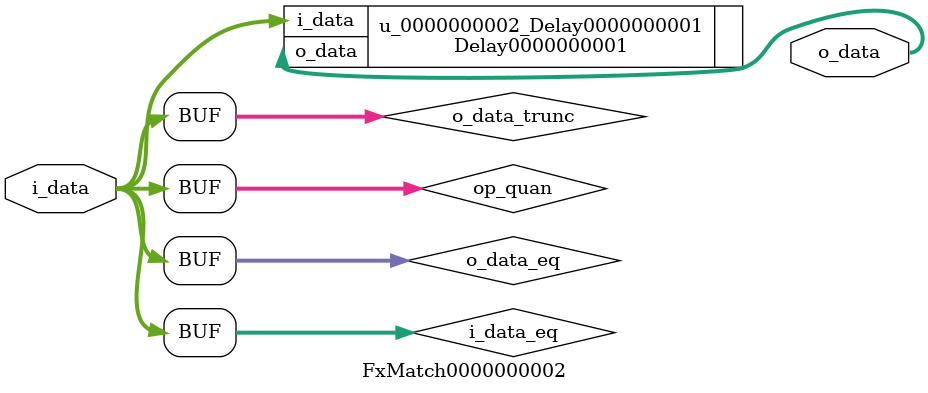
<source format=v>
 module FxMatch0000000002 (
     i_data, o_data
 );
 input wire [13-1:0] i_data;     // Input data
 output wire [13-1:0] o_data;   // Output data
 //
 wire [13-1:0] i_data_eq;
 assign i_data_eq = i_data;
 wire [13-1:0] o_data_eq;
 // Quantization Stage
 // Perfect LSB match
 wire [13-1:0] op_quan; // Quantization output
 assign op_quan = i_data_eq;
 // Overflow Stage
 // Perfect MSB match
 assign o_data_eq = op_quan;
 wire [13-1:0] o_data_trunc;
 assign o_data_trunc = o_data_eq;
Delay0000000001  u_0000000002_Delay0000000001(.i_data(o_data_trunc), .o_data(o_data));
 endmodule

</source>
